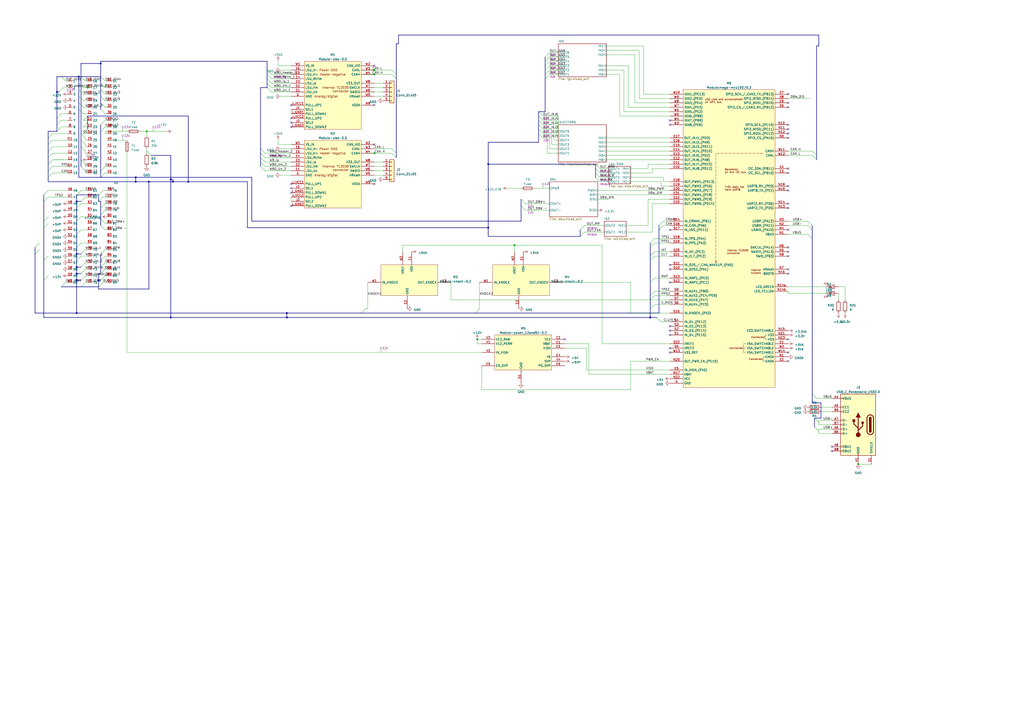
<source format=kicad_sch>
(kicad_sch (version 20230121) (generator eeschema)
  (paper "A2")
  (title_block (title "Main"))
  (junction (at 33.02 53.34))
  (junction (at 276.86 196.85))
  (junction (at 100.33 105.41))
  (junction (at 166.37 181.61))
  (junction (at 44.45 162.56))
  (junction (at 217.17 40.64))
  (junction (at 377.19 184.15))
  (junction (at 58.42 36.83))
  (junction (at 45.72 44.45))
  (junction (at 166.37 184.15))
  (junction (at 217.17 88.9))
  (junction (at 86.36 105.41))
  (junction (at 44.45 181.61))
  (junction (at 283.21 132.08))
  (junction (at 109.22 105.41))
  (junction (at 497.84 269.24))
  (junction (at 283.21 95.25))
  (junction (at 99.06 104.14))
  (junction (at 44.45 147.32))
  (junction (at 78.74 102.87))
  (junction (at 78.74 105.41))
  (junction (at 298.45 142.24))
  (junction (at 217.17 43.18))
  (junction (at 85.09 76.2))
  (junction (at 44.45 154.94))
  (junction (at 50.8 50.8))
  (junction (at 99.06 184.15))
  (junction (at 44.45 158.75))
  (junction (at 57.15 162.56))
  (junction (at 44.45 116.84))
  (no_connect (at 168.91 106.68))
  (no_connect (at 168.91 111.76))
  (no_connect (at 388.62 194.31))
  (no_connect (at 457.2 156.21))
  (no_connect (at 457.2 209.55))
  (no_connect (at 168.91 73.66))
  (no_connect (at 457.2 110.49))
  (no_connect (at 457.2 133.35))
  (no_connect (at 457.2 62.23))
  (no_connect (at 217.17 60.96))
  (no_connect (at 457.2 97.79))
  (no_connect (at 388.62 72.39))
  (no_connect (at 457.2 120.65))
  (no_connect (at 388.62 69.85))
  (no_connect (at 388.62 201.93))
  (no_connect (at 168.91 60.96))
  (no_connect (at 388.62 156.21))
  (no_connect (at 217.17 38.1))
  (no_connect (at 217.17 83.82))
  (no_connect (at 168.91 119.38))
  (no_connect (at 457.2 148.59))
  (no_connect (at 327.66 196.85))
  (no_connect (at 388.62 163.83))
  (no_connect (at 457.2 74.93))
  (no_connect (at 388.62 153.67))
  (no_connect (at 457.2 107.95))
  (no_connect (at 457.2 146.05))
  (no_connect (at 457.2 143.51))
  (no_connect (at 457.2 72.39))
  (no_connect (at 457.2 100.33))
  (no_connect (at 457.2 80.01))
  (no_connect (at 168.91 109.22))
  (no_connect (at 457.2 118.11))
  (no_connect (at 388.62 191.77))
  (no_connect (at 457.2 54.61))
  (no_connect (at 482.6 261.62))
  (no_connect (at 457.2 196.85))
  (no_connect (at 457.2 59.69))
  (no_connect (at 457.2 158.75))
  (no_connect (at 168.91 68.58))
  (no_connect (at 217.17 106.68))
  (no_connect (at 388.62 133.35))
  (no_connect (at 168.91 71.12))
  (no_connect (at 388.62 189.23))
  (no_connect (at 457.2 77.47))
  (no_connect (at 457.2 204.47))
  (no_connect (at 482.6 259.08))
  (no_connect (at 388.62 204.47))
  (bus_entry (at 58.42 52.07) (size 2.54 2.54))
  (bus_entry (at 27.94 148.59) (size -2.54 2.54))
  (bus_entry (at 474.98 245.11) (size -2.54 -2.54))
  (bus_entry (at 44.45 151.13) (size 2.54 -2.54))
  (bus_entry (at 474.98 250.19) (size -2.54 -2.54))
  (bus_entry (at 151.13 96.52) (size 2.54 2.54))
  (bus_entry (at 48.26 69.85) (size 2.54 -2.54))
  (bus_entry (at 227.33 43.18) (size 2.54 2.54))
  (bus_entry (at 312.42 69.85) (size 2.54 2.54))
  (bus_entry (at 345.44 95.25) (size 2.54 2.54))
  (bus_entry (at 44.45 128.27) (size 2.54 -2.54))
  (bus_entry (at 227.33 88.9) (size 2.54 2.54))
  (bus_entry (at 58.42 120.65) (size 2.54 -2.54))
  (bus_entry (at 59.69 110.49) (size -2.54 2.54))
  (bus_entry (at 377.19 143.51) (size 2.54 -2.54))
  (bus_entry (at 46.99 162.56) (size 2.54 -2.54))
  (bus_entry (at 20.32 143.51) (size 2.54 -2.54))
  (bus_entry (at 48.26 50.8) (size -2.54 -2.54))
  (bus_entry (at 58.42 147.32) (size 2.54 -2.54))
  (bus_entry (at 316.23 40.64) (size 2.54 -2.54))
  (bus_entry (at 154.94 50.8) (size 2.54 2.54))
  (bus_entry (at 35.56 44.45) (size 2.54 2.54))
  (bus_entry (at 58.42 158.75) (size 2.54 -2.54))
  (bus_entry (at 345.44 102.87) (size 2.54 2.54))
  (bus_entry (at 58.42 63.5) (size 2.54 2.54))
  (bus_entry (at 33.02 76.2) (size 2.54 -2.54))
  (bus_entry (at 46.99 154.94) (size 2.54 -2.54))
  (bus_entry (at 33.02 72.39) (size 2.54 -2.54))
  (bus_entry (at 58.42 76.2) (size 2.54 -2.54))
  (bus_entry (at 58.42 44.45) (size 2.54 2.54))
  (bus_entry (at 154.94 43.18) (size 2.54 2.54))
  (bus_entry (at 312.42 64.77) (size 2.54 2.54))
  (bus_entry (at 46.99 96.52) (size 2.54 2.54))
  (bus_entry (at 209.55 181.61) (size 2.54 -2.54))
  (bus_entry (at 27.94 160.02) (size -2.54 2.54))
  (bus_entry (at 312.42 77.47) (size 2.54 2.54))
  (bus_entry (at 336.55 133.35) (size 2.54 -2.54))
  (bus_entry (at 384.81 130.81) (size -2.54 2.54))
  (bus_entry (at 227.33 40.64) (size 2.54 2.54))
  (bus_entry (at 58.42 72.39) (size 2.54 -2.54))
  (bus_entry (at 27.94 87.63) (size 2.54 -2.54))
  (bus_entry (at 27.94 125.73) (size -2.54 2.54))
  (bus_entry (at 45.72 63.5) (size 2.54 2.54))
  (bus_entry (at 45.72 55.88) (size 2.54 2.54))
  (bus_entry (at 227.33 86.36) (size 2.54 2.54))
  (bus_entry (at 27.94 80.01) (size 2.54 -2.54))
  (bus_entry (at 27.94 129.54) (size -2.54 2.54))
  (bus_entry (at 154.94 40.64) (size 2.54 2.54))
  (bus_entry (at 473.71 231.14) (size -2.54 -2.54))
  (bus_entry (at 46.99 81.28) (size 2.54 2.54))
  (bus_entry (at 377.19 171.45) (size 2.54 -2.54))
  (bus_entry (at 46.99 92.71) (size 2.54 2.54))
  (bus_entry (at 468.63 130.81) (size 2.54 2.54))
  (bus_entry (at 44.45 135.89) (size 2.54 -2.54))
  (bus_entry (at 59.69 114.3) (size -2.54 2.54))
  (bus_entry (at 316.23 38.1) (size 2.54 -2.54))
  (bus_entry (at 27.94 102.87) (size 2.54 -2.54))
  (bus_entry (at 48.26 77.47) (size 2.54 -2.54))
  (bus_entry (at 27.94 110.49) (size -2.54 2.54))
  (bus_entry (at 46.99 158.75) (size 2.54 -2.54))
  (bus_entry (at 44.45 120.65) (size 2.54 -2.54))
  (bus_entry (at 151.13 86.36) (size 2.54 2.54))
  (bus_entry (at 20.32 147.32) (size 2.54 -2.54))
  (bus_entry (at 46.99 44.45) (size 2.54 2.54))
  (bus_entry (at 302.26 119.38) (size 2.54 2.54))
  (bus_entry (at 46.99 116.84) (size 2.54 -2.54))
  (bus_entry (at 58.42 124.46) (size 2.54 -2.54))
  (bus_entry (at 471.17 87.63) (size 2.54 2.54))
  (bus_entry (at 312.42 74.93) (size 2.54 2.54))
  (bus_entry (at 48.26 73.66) (size 2.54 -2.54))
  (bus_entry (at 377.19 140.97) (size 2.54 -2.54))
  (bus_entry (at 58.42 59.69) (size 2.54 2.54))
  (bus_entry (at 58.42 48.26) (size 2.54 2.54))
  (bus_entry (at 27.94 95.25) (size 2.54 -2.54))
  (bus_entry (at 45.72 52.07) (size 2.54 2.54))
  (bus_entry (at 316.23 45.72) (size 2.54 -2.54))
  (bus_entry (at 377.19 148.59) (size 2.54 -2.54))
  (bus_entry (at 27.94 83.82) (size 2.54 -2.54))
  (bus_entry (at 58.42 151.13) (size 2.54 -2.54))
  (bus_entry (at 302.26 115.57) (size 2.54 2.54))
  (bus_entry (at 312.42 72.39) (size 2.54 2.54))
  (bus_entry (at 316.23 43.18) (size 2.54 -2.54))
  (bus_entry (at 345.44 97.79) (size 2.54 2.54))
  (bus_entry (at 471.17 90.17) (size 2.54 2.54))
  (bus_entry (at 27.94 99.06) (size 2.54 -2.54))
  (bus_entry (at 44.45 143.51) (size 2.54 -2.54))
  (bus_entry (at 151.13 88.9) (size 2.54 2.54))
  (bus_entry (at 58.42 154.94) (size 2.54 -2.54))
  (bus_entry (at 46.99 166.37) (size 2.54 -2.54))
  (bus_entry (at 377.19 173.99) (size 2.54 -2.54))
  (bus_entry (at 151.13 91.44) (size 2.54 2.54))
  (bus_entry (at 377.19 163.83) (size 2.54 -2.54))
  (bus_entry (at 316.23 35.56) (size 2.54 -2.54))
  (bus_entry (at 154.94 48.26) (size 2.54 2.54))
  (bus_entry (at 58.42 102.87) (size 2.54 -2.54))
  (bus_entry (at 46.99 77.47) (size 2.54 2.54))
  (bus_entry (at 58.42 127) (size 2.54 2.54))
  (bus_entry (at 27.94 91.44) (size 2.54 -2.54))
  (bus_entry (at 33.02 68.58) (size 2.54 -2.54))
  (bus_entry (at 316.23 33.02) (size 2.54 -2.54))
  (bus_entry (at 154.94 45.72) (size 2.54 2.54))
  (bus_entry (at 151.13 93.98) (size 2.54 2.54))
  (bus_entry (at 312.42 67.31) (size 2.54 2.54))
  (bus_entry (at 58.42 55.88) (size 2.54 2.54))
  (bus_entry (at 58.42 99.06) (size 2.54 -2.54))
  (bus_entry (at 468.63 128.27) (size 2.54 2.54))
  (bus_entry (at 46.99 147.32) (size 2.54 -2.54))
  (bus_entry (at 57.15 166.37) (size 2.54 -2.54))
  (bus_entry (at 345.44 100.33) (size 2.54 2.54))
  (bus_entry (at 27.94 114.3) (size -2.54 2.54))
  (bus_entry (at 377.19 179.07) (size 2.54 -2.54))
  (bus_entry (at 275.59 181.61) (size 2.54 -2.54))
  (bus_entry (at 44.45 113.03) (size 2.54 -2.54))
  (bus_entry (at 58.42 162.56) (size 2.54 -2.54))
  (bus_entry (at 34.29 53.34) (size 2.54 -2.54))
  (bus_entry (at 468.63 135.89) (size 2.54 2.54))
  (bus_entry (at 46.99 85.09) (size 2.54 2.54))
  (bus_entry (at 381 184.15) (size 2.54 2.54))
  (bus_entry (at 384.81 128.27) (size -2.54 2.54))
  (bus_entry (at 45.72 59.69) (size 2.54 2.54))
  (bus_entry (at 85.09 87.63) (size 2.54 2.54))
  (bus_entry (at 377.19 151.13) (size 2.54 -2.54))
  (bus_entry (at 336.55 137.16) (size 2.54 -2.54))
  (bus_entry (at 58.42 130.81) (size 2.54 2.54))
  (bus_entry (at 35.56 166.37) (size 2.54 -2.54))
  (bus (pts (xy 27.94 102.87) (xy 27.94 105.41)))
  (wire (pts (xy 351.79 40.64) (xy 361.95 40.64)))
  (wire (pts (xy 60.96 54.61) (xy 62.23 54.61)))
  (bus (pts (xy 27.94 76.2) (xy 27.94 80.01)))
  (wire (pts (xy 60.96 129.54) (xy 62.23 129.54)))
  (bus (pts (xy 46.99 85.09) (xy 46.99 92.71)))
  (wire (pts (xy 318.77 35.56) (xy 323.85 35.56)))
  (wire (pts (xy 341.63 217.17) (xy 388.62 217.17)))
  (wire (pts (xy 48.26 66.04) (xy 50.8 66.04)))
  (wire (pts (xy 161.29 83.82) (xy 168.91 83.82)))
  (wire (pts (xy 157.48 53.34) (xy 168.91 53.34)))
  (wire (pts (xy 351.79 26.67) (xy 373.38 26.67)))
  (wire (pts (xy 365.76 100.33) (xy 378.46 100.33)))
  (wire (pts (xy 157.48 43.18) (xy 168.91 43.18)))
  (wire (pts (xy 347.98 102.87) (xy 353.06 102.87)))
  (bus (pts (xy 35.56 166.37) (xy 46.99 166.37)))
  (bus (pts (xy 27.94 105.41) (xy 78.74 105.41)))
  (bus (pts (xy 44.45 147.32) (xy 46.99 147.32)))
  (bus (pts (xy 283.21 95.25) (xy 283.21 82.55)))
  (wire (pts (xy 35.56 73.66) (xy 39.37 73.66)))
  (bus (pts (xy 377.19 184.15) (xy 381 184.15)))
  (bus (pts (xy 25.4 132.08) (xy 25.4 151.13)))
  (wire (pts (xy 457.2 170.18) (xy 457.2 168.91)))
  (bus (pts (xy 109.22 105.41) (xy 143.51 105.41)))
  (wire (pts (xy 318.77 38.1) (xy 323.85 38.1)))
  (wire (pts (xy 60.96 118.11) (xy 62.23 118.11)))
  (bus (pts (xy 209.55 181.61) (xy 275.59 181.61)))
  (bus (pts (xy 473.71 26.67) (xy 473.71 90.17)))
  (wire (pts (xy 217.17 43.18) (xy 210.82 43.18)))
  (bus (pts (xy 27.94 80.01) (xy 27.94 83.82)))
  (bus (pts (xy 46.99 44.45) (xy 46.99 36.83)))
  (bus (pts (xy 345.44 102.87) (xy 345.44 100.33)))
  (bus (pts (xy 46.99 44.45) (xy 58.42 44.45)))
  (bus (pts (xy 377.19 143.51) (xy 377.19 148.59)))
  (bus (pts (xy 25.4 116.84) (xy 25.4 128.27)))
  (wire (pts (xy 168.91 55.88) (xy 162.56 55.88)))
  (wire (pts (xy 81.28 76.2) (xy 85.09 76.2)))
  (wire (pts (xy 490.22 166.37) (xy 490.22 173.99)))
  (wire (pts (xy 153.67 93.98) (xy 168.91 93.98)))
  (wire (pts (xy 59.69 114.3) (xy 62.23 114.3)))
  (bus (pts (xy 78.74 102.87) (xy 146.05 102.87)))
  (bus (pts (xy 151.13 96.52) (xy 151.13 93.98)))
  (bus (pts (xy 27.94 95.25) (xy 27.94 99.06)))
  (bus (pts (xy 471.17 228.6) (xy 471.17 233.68)))
  (wire (pts (xy 317.5 88.9) (xy 317.5 80.01)))
  (wire (pts (xy 161.29 38.1) (xy 168.91 38.1)))
  (wire (pts (xy 388.62 199.39) (xy 349.25 199.39)))
  (bus (pts (xy 45.72 55.88) (xy 45.72 59.69)))
  (wire (pts (xy 365.76 102.87) (xy 384.81 102.87)))
  (bus (pts (xy 44.45 113.03) (xy 44.45 116.84)))
  (bus (pts (xy 33.02 68.58) (xy 33.02 72.39)))
  (bus (pts (xy 58.42 55.88) (xy 58.42 59.69)))
  (wire (pts (xy 217.17 96.52) (xy 222.25 96.52)))
  (bus (pts (xy 58.42 36.83) (xy 46.99 36.83)))
  (wire (pts (xy 373.38 54.61) (xy 388.62 54.61)))
  (bus (pts (xy 474.98 26.67) (xy 474.98 20.32)))
  (bus (pts (xy 20.32 147.32) (xy 20.32 181.61)))
  (bus (pts (xy 57.15 113.03) (xy 57.15 116.84)))
  (wire (pts (xy 388.62 173.99) (xy 377.19 173.99)))
  (bus (pts (xy 283.21 137.16) (xy 283.21 132.08)))
  (wire (pts (xy 217.17 93.98) (xy 222.25 93.98)))
  (wire (pts (xy 321.31 72.39) (xy 314.96 72.39)))
  (wire (pts (xy 48.26 62.23) (xy 50.8 62.23)))
  (wire (pts (xy 457.2 135.89) (xy 468.63 135.89)))
  (wire (pts (xy 474.98 250.19) (xy 474.98 248.92)))
  (bus (pts (xy 151.13 88.9) (xy 151.13 86.36)))
  (bus (pts (xy 312.42 69.85) (xy 312.42 72.39)))
  (bus (pts (xy 33.02 44.45) (xy 33.02 53.34)))
  (bus (pts (xy 33.02 72.39) (xy 33.02 76.2)))
  (wire (pts (xy 379.73 171.45) (xy 388.62 171.45)))
  (wire (pts (xy 30.48 100.33) (xy 39.37 100.33)))
  (bus (pts (xy 44.45 128.27) (xy 44.45 135.89)))
  (wire (pts (xy 361.95 40.64) (xy 361.95 64.77)))
  (bus (pts (xy 45.72 59.69) (xy 45.72 63.5)))
  (wire (pts (xy 60.96 152.4) (xy 62.23 152.4)))
  (wire (pts (xy 322.58 78.74) (xy 323.85 78.74)))
  (bus (pts (xy 33.02 53.34) (xy 33.02 68.58)))
  (bus (pts (xy 58.42 120.65) (xy 58.42 116.84)))
  (bus (pts (xy 25.4 128.27) (xy 25.4 132.08)))
  (wire (pts (xy 323.85 76.2) (xy 323.85 67.31)))
  (bus (pts (xy 44.45 116.84) (xy 44.45 120.65)))
  (wire (pts (xy 351.79 29.21) (xy 370.84 29.21)))
  (wire (pts (xy 161.29 35.56) (xy 161.29 38.1)))
  (wire (pts (xy 375.92 115.57) (xy 388.62 115.57)))
  (bus (pts (xy 476.25 233.68) (xy 471.17 233.68)))
  (bus (pts (xy 25.4 151.13) (xy 25.4 162.56)))
  (bus (pts (xy 100.33 105.41) (xy 109.22 105.41)))
  (bus (pts (xy 44.45 154.94) (xy 44.45 158.75)))
  (wire (pts (xy 85.09 87.63) (xy 85.09 88.9)))
  (bus (pts (xy 154.94 43.18) (xy 154.94 45.72)))
  (wire (pts (xy 294.64 109.22) (xy 302.26 109.22)))
  (wire (pts (xy 217.17 53.34) (xy 222.25 53.34)))
  (bus (pts (xy 44.45 158.75) (xy 44.45 162.56)))
  (wire (pts (xy 49.53 160.02) (xy 50.8 160.02)))
  (wire (pts (xy 474.98 245.11) (xy 474.98 246.38)))
  (wire (pts (xy 153.67 96.52) (xy 168.91 96.52)))
  (wire (pts (xy 46.99 140.97) (xy 50.8 140.97)))
  (wire (pts (xy 30.48 88.9) (xy 39.37 88.9)))
  (bus (pts (xy 283.21 82.55) (xy 312.42 82.55)))
  (wire (pts (xy 363.22 130.81) (xy 375.92 130.81)))
  (wire (pts (xy 261.62 173.99) (xy 261.62 163.83)))
  (wire (pts (xy 318.77 30.48) (xy 323.85 30.48)))
  (wire (pts (xy 168.91 86.36) (xy 162.56 86.36)))
  (wire (pts (xy 60.96 77.47) (xy 60.96 76.2)))
  (wire (pts (xy 49.53 96.52) (xy 50.8 96.52)))
  (bus (pts (xy 50.8 71.12) (xy 50.8 67.31)))
  (bus (pts (xy 44.45 181.61) (xy 166.37 181.61)))
  (wire (pts (xy 49.53 85.09) (xy 50.8 85.09)))
  (wire (pts (xy 157.48 50.8) (xy 168.91 50.8)))
  (wire (pts (xy 49.53 80.01) (xy 49.53 81.28)))
  (wire (pts (xy 351.79 92.71) (xy 388.62 92.71)))
  (bus (pts (xy 312.42 77.47) (xy 312.42 82.55)))
  (wire (pts (xy 379.73 168.91) (xy 388.62 168.91)))
  (bus (pts (xy 316.23 38.1) (xy 316.23 40.64)))
  (wire (pts (xy 375.92 97.79) (xy 375.92 95.25)))
  (wire (pts (xy 318.77 33.02) (xy 323.85 33.02)))
  (wire (pts (xy 60.96 96.52) (xy 62.23 96.52)))
  (wire (pts (xy 279.4 212.09) (xy 279.4 226.06)))
  (bus (pts (xy 474.98 20.32) (xy 231.14 20.32)))
  (wire (pts (xy 383.54 105.41) (xy 383.54 107.95)))
  (bus (pts (xy 302.26 115.57) (xy 302.26 119.38)))
  (wire (pts (xy 457.2 130.81) (xy 468.63 130.81)))
  (bus (pts (xy 377.19 173.99) (xy 377.19 179.07)))
  (bus (pts (xy 58.42 154.94) (xy 58.42 158.75)))
  (wire (pts (xy 318.77 77.47) (xy 314.96 77.47)))
  (wire (pts (xy 379.73 146.05) (xy 388.62 146.05)))
  (wire (pts (xy 49.53 83.82) (xy 49.53 85.09)))
  (wire (pts (xy 383.54 107.95) (xy 388.62 107.95)))
  (bus (pts (xy 151.13 50.8) (xy 154.94 50.8)))
  (wire (pts (xy 279.4 226.06) (xy 365.76 226.06)))
  (wire (pts (xy 351.79 87.63) (xy 388.62 87.63)))
  (bus (pts (xy 44.45 116.84) (xy 46.99 116.84)))
  (bus (pts (xy 302.26 119.38) (xy 302.26 128.27)))
  (bus (pts (xy 99.06 90.17) (xy 99.06 104.14)))
  (wire (pts (xy 49.53 114.3) (xy 50.8 114.3)))
  (wire (pts (xy 217.17 88.9) (xy 227.33 88.9)))
  (bus (pts (xy 58.42 48.26) (xy 58.42 44.45)))
  (wire (pts (xy 49.53 163.83) (xy 50.8 163.83)))
  (wire (pts (xy 378.46 97.79) (xy 388.62 97.79)))
  (wire (pts (xy 379.73 148.59) (xy 388.62 148.59)))
  (wire (pts (xy 35.56 66.04) (xy 39.37 66.04)))
  (wire (pts (xy 60.96 73.66) (xy 62.23 73.66)))
  (wire (pts (xy 50.8 50.8) (xy 52.07 50.8)))
  (wire (pts (xy 49.53 95.25) (xy 49.53 96.52)))
  (wire (pts (xy 457.2 90.17) (xy 471.17 90.17)))
  (wire (pts (xy 351.79 90.17) (xy 388.62 90.17)))
  (wire (pts (xy 59.69 163.83) (xy 62.23 163.83)))
  (bus (pts (xy 58.42 99.06) (xy 58.42 102.87)))
  (bus (pts (xy 345.44 100.33) (xy 345.44 97.79)))
  (bus (pts (xy 46.99 96.52) (xy 46.99 92.71)))
  (wire (pts (xy 48.26 69.85) (xy 50.8 69.85)))
  (wire (pts (xy 62.23 81.28) (xy 73.66 81.28)))
  (wire (pts (xy 497.84 269.24) (xy 505.46 269.24)))
  (bus (pts (xy 57.15 162.56) (xy 58.42 162.56)))
  (bus (pts (xy 143.51 132.08) (xy 283.21 132.08)))
  (wire (pts (xy 233.68 142.24) (xy 233.68 146.05)))
  (bus (pts (xy 377.19 179.07) (xy 377.19 184.15)))
  (bus (pts (xy 86.36 105.41) (xy 100.33 105.41)))
  (wire (pts (xy 31.75 92.71) (xy 31.75 92.6751)))
  (wire (pts (xy 482.6 251.46) (xy 474.98 251.46)))
  (wire (pts (xy 168.91 114.3) (xy 168.91 116.84)))
  (wire (pts (xy 49.53 46.99) (xy 50.8 46.99)))
  (wire (pts (xy 60.96 76.2) (xy 73.66 76.2)))
  (wire (pts (xy 153.67 99.06) (xy 168.91 99.06)))
  (wire (pts (xy 38.1 163.83) (xy 39.37 163.83)))
  (wire (pts (xy 347.98 97.79) (xy 353.06 97.79)))
  (bus (pts (xy 50.8 67.31) (xy 109.22 67.31)))
  (bus (pts (xy 33.02 53.34) (xy 34.29 53.34)))
  (wire (pts (xy 365.76 97.79) (xy 375.92 97.79)))
  (bus (pts (xy 44.45 120.65) (xy 44.45 128.27)))
  (bus (pts (xy 473.71 90.17) (xy 473.71 92.71)))
  (bus (pts (xy 27.94 83.82) (xy 27.94 87.63)))
  (bus (pts (xy 58.42 127) (xy 58.42 124.46)))
  (bus (pts (xy 25.4 162.56) (xy 25.4 184.15)))
  (bus (pts (xy 312.42 64.77) (xy 312.42 67.31)))
  (wire (pts (xy 31.7771 92.6751) (xy 36.83 92.71)))
  (wire (pts (xy 476.25 238.76) (xy 482.6 238.76)))
  (wire (pts (xy 347.98 105.41) (xy 353.06 105.41)))
  (wire (pts (xy 36.83 50.8) (xy 39.37 50.8)))
  (wire (pts (xy 60.96 144.78) (xy 62.23 144.78)))
  (bus (pts (xy 46.99 85.09) (xy 46.99 81.28)))
  (wire (pts (xy 59.69 110.49) (xy 62.23 110.49)))
  (wire (pts (xy 46.99 148.59) (xy 50.8 148.59)))
  (wire (pts (xy 383.54 186.69) (xy 388.62 186.69)))
  (bus (pts (xy 471.17 133.35) (xy 471.17 138.43)))
  (wire (pts (xy 474.98 243.84) (xy 474.98 245.11)))
  (wire (pts (xy 304.8 121.92) (xy 318.77 121.92)))
  (wire (pts (xy 327.66 201.93) (xy 340.36 201.93)))
  (bus (pts (xy 336.55 137.16) (xy 283.21 137.16)))
  (bus (pts (xy 377.19 171.45) (xy 377.19 173.99)))
  (wire (pts (xy 217.17 101.6) (xy 222.25 101.6)))
  (bus (pts (xy 27.94 99.06) (xy 27.94 102.87)))
  (bus (pts (xy 109.22 67.31) (xy 109.22 105.41)))
  (bus (pts (xy 151.13 91.44) (xy 151.13 88.9)))
  (bus (pts (xy 377.19 151.13) (xy 377.19 163.83)))
  (wire (pts (xy 46.99 118.11) (xy 50.8 118.11)))
  (wire (pts (xy 85.09 76.2) (xy 96.52 76.2)))
  (bus (pts (xy 229.87 45.72) (xy 229.87 88.9)))
  (bus (pts (xy 57.15 167.64) (xy 86.36 167.64)))
  (wire (pts (xy 370.84 29.21) (xy 370.84 57.15)))
  (bus (pts (xy 316.23 35.56) (xy 316.23 38.1)))
  (wire (pts (xy 217.17 43.18) (xy 227.33 43.18)))
  (wire (pts (xy 359.41 67.31) (xy 388.62 67.31)))
  (bus (pts (xy 87.63 90.17) (xy 99.06 90.17)))
  (wire (pts (xy 341.63 199.39) (xy 341.63 217.17)))
  (bus (pts (xy 312.42 67.31) (xy 312.42 69.85)))
  (wire (pts (xy 217.17 99.06) (xy 222.25 99.06)))
  (bus (pts (xy 44.45 113.03) (xy 57.15 113.03)))
  (bus (pts (xy 316.23 43.18) (xy 316.23 45.72)))
  (wire (pts (xy 153.67 88.9) (xy 168.91 88.9)))
  (wire (pts (xy 48.26 58.42) (xy 50.8 58.42)))
  (wire (pts (xy 346.71 110.49) (xy 388.62 110.49)))
  (wire (pts (xy 73.66 204.47) (xy 279.4 204.47)))
  (wire (pts (xy 340.36 214.63) (xy 388.62 214.63)))
  (wire (pts (xy 361.95 64.77) (xy 388.62 64.77)))
  (wire (pts (xy 351.79 38.1) (xy 364.49 38.1)))
  (bus (pts (xy 99.06 184.15) (xy 166.37 184.15)))
  (wire (pts (xy 27.94 110.49) (xy 39.37 110.49)))
  (wire (pts (xy 388.62 118.11) (xy 378.46 118.11)))
  (wire (pts (xy 317.5 88.9) (xy 323.85 88.9)))
  (wire (pts (xy 49.53 99.06) (xy 49.53 100.33)))
  (wire (pts (xy 60.96 121.92) (xy 62.23 121.92)))
  (wire (pts (xy 379.73 161.29) (xy 388.62 161.29)))
  (wire (pts (xy 375.92 95.25) (xy 388.62 95.25)))
  (wire (pts (xy 157.48 48.26) (xy 168.91 48.26)))
  (wire (pts (xy 279.4 199.39) (xy 276.86 199.39)))
  (wire (pts (xy 365.76 105.41) (xy 383.54 105.41)))
  (wire (pts (xy 349.25 142.24) (xy 298.45 142.24)))
  (wire (pts (xy 46.99 133.35) (xy 50.8 133.35)))
  (wire (pts (xy 213.36 179.07) (xy 212.09 179.07)))
  (wire (pts (xy 365.76 226.06) (xy 365.76 209.55)))
  (wire (pts (xy 378.46 100.33) (xy 378.46 97.79)))
  (wire (pts (xy 320.04 83.82) (xy 323.85 83.82)))
  (bus (pts (xy 154.94 45.72) (xy 154.94 48.26)))
  (wire (pts (xy 38.1 46.99) (xy 39.37 46.99)))
  (bus (pts (xy 471.17 130.81) (xy 471.17 133.35)))
  (wire (pts (xy 379.73 140.97) (xy 388.62 140.97)))
  (wire (pts (xy 35.56 69.85) (xy 39.37 69.85)))
  (wire (pts (xy 30.48 81.28) (xy 39.37 81.28)))
  (bus (pts (xy 345.44 97.79) (xy 345.44 95.25)))
  (wire (pts (xy 384.81 130.81) (xy 388.62 130.81)))
  (wire (pts (xy 457.2 166.37) (xy 478.79 166.37)))
  (bus (pts (xy 27.94 91.44) (xy 27.94 95.25)))
  (bus (pts (xy 45.72 48.26) (xy 45.72 44.45)))
  (bus (pts (xy 231.14 20.32) (xy 231.14 25.4)))
  (bus (pts (xy 474.98 26.67) (xy 473.71 26.67)))
  (bus (pts (xy 154.94 35.56) (xy 58.42 35.56)))
  (wire (pts (xy 365.76 181.61) (xy 388.62 181.61)))
  (wire (pts (xy 347.98 100.33) (xy 353.06 100.33)))
  (wire (pts (xy 474.98 251.46) (xy 474.98 250.19)))
  (bus (pts (xy 57.15 166.37) (xy 57.15 167.64)))
  (wire (pts (xy 457.2 87.63) (xy 471.17 87.63)))
  (bus (pts (xy 377.19 140.97) (xy 377.19 143.51)))
  (wire (pts (xy 482.6 243.84) (xy 474.98 243.84)))
  (wire (pts (xy 60.96 133.35) (xy 62.23 133.35)))
  (bus (pts (xy 151.13 93.98) (xy 151.13 91.44)))
  (bus (pts (xy 472.44 242.57) (xy 476.25 242.57)))
  (bus (pts (xy 46.99 166.37) (xy 57.15 166.37)))
  (wire (pts (xy 457.2 128.27) (xy 468.63 128.27)))
  (wire (pts (xy 49.53 156.21) (xy 50.8 156.21)))
  (wire (pts (xy 298.45 142.24) (xy 233.68 142.24)))
  (wire (pts (xy 49.53 100.33) (xy 50.8 100.33)))
  (wire (pts (xy 486.41 166.37) (xy 490.22 166.37)))
  (bus (pts (xy 58.42 63.5) (xy 58.42 59.69)))
  (wire (pts (xy 217.17 50.8) (xy 222.25 50.8)))
  (wire (pts (xy 320.04 74.93) (xy 314.96 74.93)))
  (wire (pts (xy 359.41 43.18) (xy 359.41 67.31)))
  (wire (pts (xy 318.77 43.18) (xy 323.85 43.18)))
  (wire (pts (xy 153.67 91.44) (xy 168.91 91.44)))
  (wire (pts (xy 384.81 102.87) (xy 384.81 105.41)))
  (bus (pts (xy 50.8 74.93) (xy 50.8 71.12)))
  (wire (pts (xy 60.96 160.02) (xy 62.23 160.02)))
  (bus (pts (xy 58.42 44.45) (xy 58.42 36.83)))
  (bus (pts (xy 58.42 52.07) (xy 58.42 48.26)))
  (wire (pts (xy 351.79 43.18) (xy 359.41 43.18)))
  (wire (pts (xy 365.76 209.55) (xy 388.62 209.55)))
  (wire (pts (xy 351.79 85.09) (xy 388.62 85.09)))
  (bus (pts (xy 471.17 138.43) (xy 471.17 228.6)))
  (wire (pts (xy 217.17 86.36) (xy 227.33 86.36)))
  (bus (pts (xy 316.23 64.77) (xy 312.42 64.77)))
  (wire (pts (xy 30.48 92.71) (xy 31.7771 92.6751)))
  (wire (pts (xy 46.99 110.49) (xy 50.8 110.49)))
  (wire (pts (xy 326.39 163.83) (xy 365.76 163.83)))
  (wire (pts (xy 85.09 86.36) (xy 85.09 87.63)))
  (wire (pts (xy 60.96 46.99) (xy 62.23 46.99)))
  (bus (pts (xy 58.42 52.07) (xy 58.42 55.88)))
  (bus (pts (xy 58.42 72.39) (xy 58.42 76.2)))
  (bus (pts (xy 45.72 52.07) (xy 45.72 48.26)))
  (bus (pts (xy 377.19 163.83) (xy 377.19 171.45)))
  (bus (pts (xy 46.99 77.47) (xy 46.99 44.45)))
  (bus (pts (xy 44.45 143.51) (xy 44.45 147.32)))
  (bus (pts (xy 58.42 147.32) (xy 58.42 151.13)))
  (bus (pts (xy 312.42 72.39) (xy 312.42 74.93)))
  (bus (pts (xy 283.21 95.25) (xy 345.44 95.25)))
  (wire (pts (xy 60.96 156.21) (xy 62.23 156.21)))
  (bus (pts (xy 44.45 151.13) (xy 44.45 154.94)))
  (bus (pts (xy 316.23 40.64) (xy 316.23 43.18)))
  (bus (pts (xy 229.87 43.18) (xy 229.87 45.72)))
  (wire (pts (xy 30.48 85.09) (xy 39.37 85.09)))
  (bus (pts (xy 316.23 33.02) (xy 316.23 35.56)))
  (wire (pts (xy 321.31 81.28) (xy 323.85 81.28)))
  (wire (pts (xy 370.84 57.15) (xy 388.62 57.15)))
  (wire (pts (xy 378.46 118.11) (xy 378.46 134.62)))
  (wire (pts (xy 27.94 114.3) (xy 39.37 114.3)))
  (wire (pts (xy 48.26 50.8) (xy 50.8 50.8)))
  (wire (pts (xy 346.71 113.03) (xy 388.62 113.03)))
  (bus (pts (xy 46.99 162.56) (xy 44.45 162.56)))
  (wire (pts (xy 49.53 81.28) (xy 50.8 81.28)))
  (wire (pts (xy 168.91 40.64) (xy 162.56 40.64)))
  (wire (pts (xy 457.2 57.15) (xy 469.9 57.15)))
  (bus (pts (xy 57.15 158.75) (xy 57.15 162.56)))
  (wire (pts (xy 321.31 81.28) (xy 321.31 72.39)))
  (bus (pts (xy 275.59 181.61) (xy 382.27 181.61)))
  (bus (pts (xy 58.42 124.46) (xy 58.42 120.65)))
  (wire (pts (xy 48.26 54.61) (xy 50.8 54.61)))
  (wire (pts (xy 60.96 77.47) (xy 62.23 77.47)))
  (bus (pts (xy 382.27 130.81) (xy 382.27 133.35)))
  (wire (pts (xy 60.96 100.33) (xy 62.23 100.33)))
  (wire (pts (xy 486.41 170.18) (xy 486.41 173.99)))
  (wire (pts (xy 473.71 231.14) (xy 482.6 231.14)))
  (wire (pts (xy 85.09 76.2) (xy 85.09 78.74)))
  (wire (pts (xy 322.58 69.85) (xy 314.96 69.85)))
  (wire (pts (xy 217.17 48.26) (xy 222.25 48.26)))
  (bus (pts (xy 316.23 45.72) (xy 316.23 64.77)))
  (bus (pts (xy 35.56 44.45) (xy 33.02 44.45)))
  (bus (pts (xy 78.74 105.41) (xy 86.36 105.41)))
  (bus (pts (xy 25.4 184.15) (xy 99.06 184.15)))
  (wire (pts (xy 60.96 148.59) (xy 62.23 148.59)))
  (wire (pts (xy 474.98 248.92) (xy 482.6 248.92)))
  (wire (pts (xy 351.79 31.75) (xy 368.3 31.75)))
  (wire (pts (xy 368.3 31.75) (xy 368.3 59.69)))
  (bus (pts (xy 44.45 147.32) (xy 44.45 151.13)))
  (bus (pts (xy 45.72 55.88) (xy 45.72 52.07)))
  (bus (pts (xy 46.99 154.94) (xy 44.45 154.94)))
  (wire (pts (xy 161.29 81.28) (xy 161.29 83.82)))
  (bus (pts (xy 44.45 162.56) (xy 44.45 181.61)))
  (bus (pts (xy 45.72 44.45) (xy 46.99 44.45)))
  (wire (pts (xy 73.66 204.47) (xy 73.66 88.9)))
  (wire (pts (xy 364.49 62.23) (xy 388.62 62.23)))
  (wire (pts (xy 217.17 88.9) (xy 210.82 88.9)))
  (bus (pts (xy 58.42 151.13) (xy 58.42 154.94)))
  (bus (pts (xy 58.42 116.84) (xy 57.15 116.84)))
  (bus (pts (xy 154.94 48.26) (xy 154.94 50.8)))
  (bus (pts (xy 46.99 81.28) (xy 46.99 77.47)))
  (wire (pts (xy 476.25 236.22) (xy 482.6 236.22)))
  (wire (pts (xy 384.81 105.41) (xy 388.62 105.41)))
  (wire (pts (xy 168.91 63.5) (xy 168.91 66.04)))
  (wire (pts (xy 339.09 134.62) (xy 350.52 134.62)))
  (wire (pts (xy 60.96 69.85) (xy 62.23 69.85)))
  (bus (pts (xy 20.32 181.61) (xy 44.45 181.61)))
  (wire (pts (xy 60.96 62.23) (xy 62.23 62.23)))
  (wire (pts (xy 322.58 78.74) (xy 322.58 69.85)))
  (wire (pts (xy 49.53 152.4) (xy 50.8 152.4)))
  (wire (pts (xy 49.53 144.78) (xy 50.8 144.78)))
  (bus (pts (xy 45.72 44.45) (xy 35.56 44.45)))
  (wire (pts (xy 279.4 196.85) (xy 276.86 196.85)))
  (wire (pts (xy 317.5 80.01) (xy 314.96 80.01)))
  (bus (pts (xy 166.37 181.61) (xy 209.55 181.61)))
  (wire (pts (xy 318.77 40.64) (xy 323.85 40.64)))
  (bus (pts (xy 58.42 130.81) (xy 58.42 127)))
  (wire (pts (xy 157.48 45.72) (xy 168.91 45.72)))
  (wire (pts (xy 379.73 138.43) (xy 388.62 138.43)))
  (wire (pts (xy 320.04 83.82) (xy 320.04 74.93)))
  (bus (pts (xy 146.05 128.27) (xy 302.26 128.27)))
  (bus (pts (xy 25.4 113.03) (xy 25.4 116.84)))
  (wire (pts (xy 384.81 128.27) (xy 388.62 128.27)))
  (bus (pts (xy 283.21 132.08) (xy 283.21 95.25)))
  (wire (pts (xy 379.73 176.53) (xy 388.62 176.53)))
  (bus (pts (xy 312.42 74.93) (xy 312.42 77.47)))
  (wire (pts (xy 48.26 73.66) (xy 50.8 73.66)))
  (wire (pts (xy 278.13 163.83) (xy 278.13 179.07)))
  (wire (pts (xy 217.17 55.88) (xy 222.25 55.88)))
  (bus (pts (xy 57.15 162.56) (xy 57.15 166.37)))
  (bus (pts (xy 229.87 25.4) (xy 229.87 43.18)))
  (wire (pts (xy 351.79 82.55) (xy 388.62 82.55)))
  (bus (pts (xy 20.32 143.51) (xy 20.32 147.32)))
  (wire (pts (xy 349.25 199.39) (xy 349.25 142.24)))
  (wire (pts (xy 346.71 115.57) (xy 353.06 115.57)))
  (wire (pts (xy 217.17 40.64) (xy 227.33 40.64)))
  (wire (pts (xy 368.3 59.69) (xy 388.62 59.69)))
  (bus (pts (xy 58.42 76.2) (xy 58.42 99.06)))
  (wire (pts (xy 478.79 170.18) (xy 457.2 170.18)))
  (wire (pts (xy 31.75 92.71) (xy 39.37 92.71)))
  (wire (pts (xy 377.19 173.99) (xy 261.62 173.99)))
  (bus (pts (xy 143.51 105.41) (xy 143.51 132.08)))
  (bus (pts (xy 472.44 247.65) (xy 472.44 242.57)))
  (wire (pts (xy 168.91 101.6) (xy 162.56 101.6)))
  (bus (pts (xy 86.36 167.64) (xy 86.36 105.41)))
  (wire (pts (xy 365.76 163.83) (xy 365.76 181.61)))
  (wire (pts (xy 60.96 66.04) (xy 62.23 66.04)))
  (bus (pts (xy 33.02 76.2) (xy 27.94 76.2)))
  (wire (pts (xy 375.92 130.81) (xy 375.92 115.57)))
  (wire (pts (xy 373.38 26.67) (xy 373.38 54.61)))
  (bus (pts (xy 336.55 133.35) (xy 336.55 137.16)))
  (bus (pts (xy 154.94 35.56) (xy 154.94 40.64)))
  (wire (pts (xy 31.75 92.6751) (xy 31.7771 92.6751)))
  (bus (pts (xy 166.37 184.15) (xy 377.19 184.15)))
  (wire (pts (xy 364.49 38.1) (xy 364.49 62.23)))
  (wire (pts (xy 60.96 50.8) (xy 62.23 50.8)))
  (wire (pts (xy 60.96 58.42) (xy 62.23 58.42)))
  (bus (pts (xy 44.45 135.89) (xy 44.45 143.51)))
  (wire (pts (xy 327.66 199.39) (xy 341.63 199.39)))
  (bus (pts (xy 58.42 102.87) (xy 78.74 102.87)))
  (wire (pts (xy 213.36 163.83) (xy 213.36 179.07)))
  (bus (pts (xy 45.72 63.5) (xy 45.72 102.87)))
  (bus (pts (xy 58.42 35.56) (xy 58.42 36.83)))
  (wire (pts (xy 351.79 80.01) (xy 388.62 80.01)))
  (wire (pts (xy 378.46 134.62) (xy 363.22 134.62)))
  (bus (pts (xy 229.87 88.9) (xy 229.87 91.44)))
  (wire (pts (xy 318.77 86.36) (xy 318.77 77.47)))
  (wire (pts (xy 30.48 96.52) (xy 39.37 96.52)))
  (wire (pts (xy 339.09 130.81) (xy 350.52 130.81)))
  (bus (pts (xy 476.25 242.57) (xy 476.25 233.68)))
  (wire (pts (xy 304.8 118.11) (xy 318.77 118.11)))
  (bus (pts (xy 146.05 102.87) (xy 146.05 128.27)))
  (bus (pts (xy 45.72 102.87) (xy 58.42 102.87)))
  (bus (pts (xy 382.27 133.35) (xy 382.27 181.61)))
  (bus (pts (xy 99.06 104.14) (xy 99.06 184.15)))
  (bus (pts (xy 78.74 102.87) (xy 78.74 105.41)))
  (wire (pts (xy 340.36 201.93) (xy 340.36 214.63)))
  (wire (pts (xy 474.98 246.38) (xy 482.6 246.38)))
  (wire (pts (xy 276.86 196.85) (xy 276.86 199.39)))
  (bus (pts (xy 151.13 86.36) (xy 151.13 50.8)))
  (bus (pts (xy 58.42 158.75) (xy 57.15 158.75)))
  (wire (pts (xy 217.17 40.64) (xy 210.82 40.64)))
  (wire (pts (xy 49.53 88.9) (xy 50.8 88.9)))
  (bus (pts (xy 377.19 148.59) (xy 377.19 151.13)))
  (bus (pts (xy 166.37 181.61) (xy 166.37 184.15)))
  (wire (pts (xy 49.53 87.63) (xy 49.53 88.9)))
  (wire (pts (xy 30.48 77.47) (xy 39.37 77.47)))
  (wire (pts (xy 298.45 142.24) (xy 298.45 146.05)))
  (bus (pts (xy 231.14 25.4) (xy 229.87 25.4)))
  (bus (pts (xy 44.45 158.75) (xy 46.99 158.75)))
  (bus (pts (xy 100.33 104.14) (xy 99.06 104.14)))
  (bus (pts (xy 27.94 87.63) (xy 27.94 91.44)))
  (bus (pts (xy 100.33 105.41) (xy 100.33 104.14)))
  (wire (pts (xy 318.77 86.36) (xy 323.85 86.36)))
  (wire (pts (xy 46.99 125.73) (xy 50.8 125.73)))
  (wire (pts (xy 309.88 109.22) (xy 318.77 109.22)))
  (wire (pts (xy 48.26 77.47) (xy 50.8 77.47)))
  (bus (pts (xy 154.94 40.64) (xy 154.94 43.18)))
  (wire (pts (xy 323.85 67.31) (xy 314.96 67.31)))
  (label "WBO_Vm_1" (at 49.53 148.59 0))
  (label "OUT_INJ5" (at 314.96 69.85 0) (property "Netclass" "12v" (at 314.96 71.12 0) (effects (font italic) (justify left))))
  (label "VIGN" (at 374.65 214.63 0))
  (label "DBW_DIS" (at 458.47 57.15 0))
  (label "OUT_VLM" (at 60.96 121.92 0))
  (label "OUT_IGN4" (at 60.96 46.99 0))
  (label "KNOCK1" (at 213.36 171.45 0))
  (label "USB-" (at 459.74 130.81 0))
  (label "CAN H" (at 217.17 88.9 0))
  (label "OUT_IGN6" (at 318.77 30.48 0) (property "Netclass" "IGN" (at 318.77 31.75 0) (effects (font italic) (justify left))))
  (label "OUT_CE" (at 347.98 100.33 0) (property "Netclass" "relays" (at 347.98 101.6 0) (effects (font italic) (justify left))))
  (label "OUT_INJ5" (at 60.96 58.42 0))
  (label "CAM" (at 35.56 100.33 0))
  (label "WBO_lp_1" (at 158.75 48.26 0))
  (label "OUT_IGN4" (at 318.77 35.56 0) (property "Netclass" "IGN" (at 318.77 36.83 0) (effects (font italic) (justify left))))
  (label "OUT_DBW+" (at 62.23 129.54 0))
  (label "OUT_INJ2" (at 314.96 77.47 0) (property "Netclass" "12v" (at 314.96 78.74 0) (effects (font italic) (justify left))))
  (label "DBW_DIR" (at 375.92 113.03 0))
  (label "KNOCK1" (at 60.96 69.85 0))
  (label "PPS2" (at 383.54 171.45 0))
  (label "OUT_DBW -" (at 62.23 133.35 0))
  (label "CAN H" (at 458.47 87.63 0))
  (label "OUT_PR" (at 347.98 105.41 0) (property "Netclass" "relays" (at 347.98 106.68 0) (effects (font italic) (justify left))))
  (label "USB+" (at 459.74 128.27 0))
  (label "OUT_IGN5" (at 49.53 46.99 0))
  (label "WBO_Un_1" (at 49.53 152.4 0))
  (label "OUT_INJ3" (at 314.96 74.93 0) (property "Netclass" "12v" (at 314.96 76.2 0) (effects (font italic) (justify left))))
  (label "CAM" (at 386.08 130.81 0))
  (label "TPS2" (at 31.75 114.3 0))
  (label "KNOCK2" (at 60.96 73.66 0))
  (label "OUT_IGN1" (at 318.77 43.18 0) (property "Netclass" "IGN" (at 318.77 44.45 0) (effects (font italic) (justify left))))
  (label "OUT_IGN3" (at 318.77 38.1 0) (property "Netclass" "IGN" (at 318.77 39.37 0) (effects (font italic) (justify left))))
  (label "OUT_IGN3" (at 59.69 163.83 0))
  (label "WB_Ip" (at 156.21 93.98 0))
  (label "WBO_Un_2" (at 48.26 54.61 0))
  (label "WBO_Vm_2" (at 156.21 96.52 0))
  (label "USB+" (at 477.52 248.92 0))
  (label "WBO_Heater_1" (at 49.53 160.02 0))
  (label "OUT_INJ3" (at 60.96 54.61 0))
  (label "OUT_IGN1" (at 38.1 163.83 0))
  (label "V_MAIN" (at 383.54 176.53 0))
  (label "OUT_FAN" (at 340.36 134.62 0) (property "Netclass" "relays" (at 340.36 135.89 0) (effects (font italic) (justify left))))
  (label "PPS2" (at 50.8 114.3 0))
  (label "OUT_IGN2" (at 318.77 40.64 0) (property "Netclass" "IGN" (at 318.77 41.91 0) (effects (font italic) (justify left))))
  (label "VBUS" (at 477.52 231.14 0))
  (label "CLUTCH" (at 60.96 114.3 0))
  (label "DBW_DIS" (at 347.98 115.57 0))
  (label "VBUS" (at 459.74 135.89 0))
  (label "OUT_INJ4" (at 314.96 72.39 0) (property "Netclass" "12v" (at 314.96 73.66 0) (effects (font italic) (justify left))))
  (label "OUT_INJ6" (at 60.96 152.4 0))
  (label "MAP" (at 62.23 110.49 0))
  (label "WBO_Rtrim_2" (at 49.53 50.8 0))
  (label "OUT_DBW+" (at 306.07 118.11 0) (property "Netclass" "12v" (at 306.07 119.38 0) (effects (font italic) (justify left))))
  (label "WBO_Un_1" (at 158.75 53.34 0))
  (label "IAT" (at 383.54 146.05 0))
  (label "IAT" (at 49.53 96.52 0))
  (label "CAN L" (at 458.47 90.17 0))
  (label "TPS1" (at 383.54 138.43 0))
  (label "WBO_lp_1" (at 49.53 144.78 0))
  (label "CRANK" (at 49.53 110.49 0))
  (label "OUT_INJ1" (at 314.96 80.01 0) (property "Netclass" "12v" (at 314.96 81.28 0) (effects (font italic) (justify left))))
  (label "OUT_PR" (at 60.96 118.11 0))
  (label "OUT_INJ2" (at 60.96 160.02 0))
  (label "OUT_IGN2" (at 49.53 163.83 0))
  (label "OUT_MR" (at 340.36 130.81 0) (property "Netclass" "relays" (at 340.36 132.08 0) (effects (font italic) (justify left))))
  (label "WBO_Heater_2" (at 156.21 88.9 0) (property "Netclass" "Heating" (at 156.21 90.17 0) (effects (font italic) (justify left))))
  (label "WBO_Rtrim_1" (at 49.53 156.21 0))
  (label "OUT_VLM" (at 347.98 102.87 0) (property "Netclass" "relays" (at 347.98 104.14 0) (effects (font italic) (justify left))))
  (label "OUT_DBW -" (at 306.07 121.92 0) (property "Netclass" "12v" (at 306.07 123.19 0) (effects (font italic) (justify left))))
  (label "MAP" (at 383.54 161.29 0))
  (label "OUT_INJ4" (at 60.96 156.21 0))
  (label "CLT" (at 60.96 96.52 0))
  (label "CAN H" (at 215.9 43.18 0))
  (label "PWR_EN" (at 374.65 209.55 0))
  (label "OUT_INJ1" (at 60.96 50.8 0))
  (label "WB_Ip" (at 49.53 58.42 0))
  (label "WBO_Heater_2" (at 38.1 50.8 0))
  (label "OUT_RPM" (at 60.96 144.78 0))
  (label "CAN L" (at 217.17 86.36 0))
  (label "OUT_RPM" (at 347.98 97.79 0) (property "Netclass" "relays" (at 347.98 99.06 0) (effects (font italic) (justify left))))
  (label "OUT_INJ6" (at 314.96 67.31 0) (property "Netclass" "12v" (at 314.96 68.58 0) (effects (font italic) (justify left))))
  (label "WBO_Un_2" (at 156.21 99.06 0))
  (label "WBO_Rtrim_2" (at 156.21 91.44 0))
  (label "VBAT" (at 374.65 217.17 0))
  (label "PPS1" (at 383.54 140.97 0))
  (label "CLUTCH" (at 384.81 186.69 0))
  (label "PPS1" (at 35.56 96.52 0))
  (label "WBO_Heater_1" (at 158.75 43.18 0) (property "Netclass" "Heating" (at 158.75 44.45 0) (effects (font italic) (justify left))))
  (label "TPS2" (at 383.54 168.91 0))
  (label "DBW_PWM" (at 375.92 110.49 0))
  (label "CLT" (at 383.54 148.59 0))
  (label "KNOCK2" (at 278.13 171.45 0))
  (label "OUT_IGN5" (at 318.77 33.02 0) (property "Netclass" "IGN" (at 318.77 34.29 0) (effects (font italic) (justify left))))
  (label "WBO_Vm_1" (at 158.75 50.8 0))
  (label "OUT_IGN6" (at 38.1 46.99 0))
  (label "WBO_Rtrim_1" (at 158.75 45.72 0))
  (label "USB-" (at 477.52 243.84 0))
  (label "WBO_Vm_2" (at 49.53 62.23 0))
  (label "CAN L" (at 215.9 40.64 0))
  (label "CRANK" (at 386.08 128.27 0))
  (label "OUT_CE" (at 49.53 100.33 0))
  (label "OUT_FAN" (at 48.26 77.47 0))
  (netclass_flag "" (length 2.54) (shape round) (at 50.8 92.71 0) (property "Netclass" "12v" (at 51.4985 90.17 0) (effects (font italic) (justify left))))
  (netclass_flag "" (length 2.54) (shape round) (at 71.12 81.28 0) (property "Netclass" "12v" (at 71.8185 78.74 0) (effects (font italic) (justify left))))
  (netclass_flag "" (length 2.54) (shape round) (at 71.12 76.2 0) (property "Netclass" "12v" (at 71.8185 73.66 0) (effects (font italic) (justify left))))
  (netclass_flag "" (length 2.54) (shape round) (at 88.9 76.2 0) (property "Netclass" "12v" (at 89.5985 73.66 0) (effects (font italic) (justify left))))
  (netclass_flag "" (length 2.54) (shape round) (at 39.37 54.61 0) (property "Netclass" "12v" (at 40.0685 52.07 0) (effects (font italic) (justify left))))
  (netclass_flag "" (length 2.54) (shape round) (at 220.98 204.47 0) (property "Netclass" "12v" (at 221.6785 201.93 0) (effects (font italic) (justify left))))
  (netclass_flag "" (length 2.54) (shape round) (at 314.96 109.22 0) (property "Netclass" "12v" (at 315.6585 106.68 0) (effects (font italic) (justify left))))
  (symbol (lib_id "power:+5VP") (at 327.66 209.55 270) (unit 1)
    (property "Reference" "#PWR0141" (effects hide))
    (property "Value" "+5VP" (at 331.47 210.185 90) (effects (justify left)))
  )
  (symbol (lib_id "power:GND") (at 302.26 222.25 0) (unit 1)
    (property "Reference" "#PWR0101" (effects hide))
    (property "Value" "GND" (at 302.26 227.33 0))
  )
  (symbol (lib_id "power:GNDA") (at 39.37 137.16 270) (unit 1)
    (property "Reference" "#PWR09" (effects hide))
    (property "Value" "GNDA" (at 35.56 137.795 90) (effects (justify right)))
  )
  (symbol (lib_name "+5VA_4") (lib_id "power:+5VA") (at 457.2 199.39 270) (unit 1)
    (property "Reference" "#PWR0105" (effects hide))
    (property "Value" "+5VA" (at 461.01 200.025 90) (effects (justify left)))
  )
  (symbol (lib_id "power:+3.3V") (at 490.22 181.61 180) (unit 1)
    (property "Reference" "#PWR01" (effects hide))
    (property "Value" "+3.3V" (at 490.22 186.69 0))
  )
  (symbol (lib_id "power:GNDA") (at 39.37 152.4 270) (unit 1)
    (property "Reference" "#PWR013" (effects hide))
    (property "Value" "GNDA" (at 35.56 153.035 90) (effects (justify right)))
  )
  (symbol (lib_id "power:+3.3V") (at 457.2 194.31 270) (unit 1)
    (property "Reference" "#PWR0107" (effects hide))
    (property "Value" "+3.3V" (at 461.01 194.945 90) (effects (justify left)))
  )
  (symbol (lib_id "power:GND") (at 39.37 62.23 270) (unit 1)
    (property "Reference" "#PWR017" (effects hide))
    (property "Value" "GND" (at 35.56 62.865 90) (effects (justify right)))
  )
  (symbol (lib_name "GND_3") (lib_id "power:GND") (at 162.56 40.64 270) (unit 1)
    (property "Reference" "#PWR0112" (effects hide))
    (property "Value" "GND" (at 158.75 41.275 90) (effects (justify right)))
  )
  (symbol (lib_id "Device:Fuse") (at 77.47 76.2 90) (unit 1)
    (property "Reference" "F2" (at 77.47 71.12 90))
    (property "Value" "Fuse" (at 77.47 73.66 90))
    (property "Footprint" "Fuse:Fuse_1206_3216Metric" (effects hide))
  )
  (symbol (lib_name "+5VA_2") (lib_id "power:+5VA") (at 238.76 146.05 270) (unit 1)
    (property "Reference" "#PWR0135" (effects hide))
    (property "Value" "+5VA" (at 242.57 146.685 90) (effects (justify left)))
  )
  (symbol (lib_id "hellen-one-common:+12V_ETB") (at 62.23 125.73 90) (unit 1)
    (property "Reference" "#PWR03" (effects hide))
    (property "Value" "+12V_ETB" (at 58.42 126.365 90) (effects (justify left)))
  )
  (symbol (lib_id "power:GND") (at 39.37 58.42 270) (unit 1)
    (property "Reference" "#PWR016" (effects hide))
    (property "Value" "GND" (at 35.56 59.055 90) (effects (justify right)))
  )
  (symbol (lib_id "Device:R") (at 85.09 82.55 0) (unit 1)
    (property "Reference" "R1" (at 87.63 81.915 0) (effects (justify left)))
    (property "Value" "33k" (at 87.63 84.455 0) (effects (justify left)))
    (property "Footprint" "Resistor_SMD:R_0603_1608Metric" (effects hide))
  )
  (symbol (lib_id "power:GND") (at 300.99 179.07 90) (unit 1)
    (property "Reference" "#PWR0137" (effects hide))
    (property "Value" "GND" (at 304.8 179.705 90) (effects (justify right)))
  )
  (symbol (lib_id "knock:Module-knock-0.2") (at 220.98 153.67 0) (unit 1)
    (property "Reference" "M3" (at 264.16 160.7059 0))
    (property "Value" "Module-knock-0.2" (at 264.16 163.2459 0))
    (property "Footprint" "knock:knock" (effects hide))
  )
  (symbol (lib_id "power:GNDA") (at 39.37 148.59 270) (unit 1)
    (property "Reference" "#PWR012" (effects hide))
    (property "Value" "GNDA" (at 35.56 149.225 90) (effects (justify right)))
  )
  (symbol (lib_id "Connector:USB_C_Receptacle_USB2.0") (at 497.84 246.38 0) (mirror y) (unit 1)
    (property "Reference" "J3" (at 497.84 224.79 0))
    (property "Value" "USB_C_Receptacle_USB2.0" (at 497.84 227.33 0))
    (property "Footprint" "Connector_USB:USB_C_Receptacle_Amphenol_12401610E4-2A" (effects hide))
    (property "Datasheet" "https://www.usb.org/sites/default/files/documents/usb_type-c.zip" (effects hide))
  )
  (symbol (lib_id "wbo:Module-wbo-0.5") (at 209.55 35.56 0) (mirror y) (unit 1)
    (property "Reference" "M1" (at 193.04 31.75 0))
    (property "Value" "Module-wbo-0.5" (at 193.04 34.29 0))
    (property "Footprint" "0.5:wbo" (effects hide))
  )
  (symbol (lib_id "power:+12V") (at 39.37 160.02 90) (unit 1)
    (property "Reference" "#PWR014" (effects hide))
    (property "Value" "+12V" (at 35.56 160.655 90) (effects (justify left)))
  )
  (symbol (lib_name "GND_5") (lib_id "power:GND") (at 222.25 58.42 270) (unit 1)
    (property "Reference" "#PWR0145" (effects hide))
    (property "Value" "GND" (at 218.44 59.055 90) (effects (justify right)))
  )
  (symbol (lib_id "power:+5V") (at 388.62 219.71 90) (unit 1)
    (property "Reference" "#PWR0140" (effects hide))
    (property "Value" "+5V" (at 384.81 220.345 90) (effects (justify left)))
  )
  (symbol (lib_id "power:+3.3V") (at 346.71 121.92 270) (unit 1)
    (property "Reference" "#PWR0134" (effects hide))
    (property "Value" "+3.3V" (at 350.52 122.555 90) (effects (justify left)))
  )
  (symbol (lib_name "GND_1") (lib_id "power:GND") (at 162.56 86.36 270) (unit 1)
    (property "Reference" "#PWR0114" (effects hide))
    (property "Value" "GND" (at 158.75 86.995 90) (effects (justify right)))
  )
  (symbol (lib_id "Device:R") (at 490.22 177.8 0) (unit 1)
    (property "Reference" "R31" (at 492.76 177.165 0) (effects (justify left)))
    (property "Value" "R" (at 492.76 179.705 0) (effects (justify left)))
    (property "Footprint" "footprints:R0603" (effects hide))
  )
  (symbol (lib_name "GND_4") (lib_id "power:GND") (at 222.25 104.14 270) (unit 1)
    (property "Reference" "#PWR0146" (effects hide))
    (property "Value" "GND" (at 218.44 104.775 90) (effects (justify right)))
  )
  (symbol (lib_id "power:GND") (at 162.56 55.88 270) (unit 1)
    (property "Reference" "#PWR0115" (effects hide))
    (property "Value" "GND" (at 158.75 56.515 90) (effects (justify right)))
  )
  (symbol (lib_id "Device:R") (at 472.44 236.22 90) (unit 1)
    (property "Reference" "R3" (at 472.44 233.68 90))
    (property "Value" "5.6k" (at 472.44 236.22 90))
    (property "Footprint" "Resistor_SMD:R_0603_1608Metric" (effects hide))
  )
  (symbol (lib_name "+5VA_3") (lib_id "power:+5VA") (at 303.53 146.05 270) (unit 1)
    (property "Reference" "#PWR0136" (effects hide))
    (property "Value" "+5VA" (at 307.34 146.685 90) (effects (justify left)))
  )
  (symbol (lib_id "power:+5VP") (at 39.37 133.35 90) (unit 1)
    (property "Reference" "#PWR08" (effects hide))
    (property "Value" "+5VP" (at 35.56 133.985 90) (effects (justify left)))
  )
  (symbol (lib_id "power:GND") (at 468.63 238.76 270) (unit 1)
    (property "Reference" "#PWR0104" (effects hide))
    (property "Value" "GND" (at 464.82 239.395 90) (effects (justify right)))
  )
  (symbol (lib_id "power:GND") (at 497.84 269.24 0) (unit 1)
    (property "Reference" "#PWR0102" (effects hide))
    (property "Value" "GND" (at 497.84 274.32 0))
  )
  (symbol (lib_id "power:GND") (at 388.62 222.25 270) (unit 1)
    (property "Reference" "#PWR0142" (effects hide))
    (property "Value" "GND" (at 384.81 222.885 90) (effects (justify right)))
  )
  (symbol (lib_id "power:+3.3VA") (at 457.2 191.77 270) (unit 1)
    (property "Reference" "#PWR0108" (effects hide))
    (property "Value" "+3.3VA" (at 461.01 192.405 90) (effects (justify left)))
  )
  (symbol (lib_id "Device:Fuse") (at 306.07 109.22 90) (unit 1)
    (property "Reference" "F3" (at 306.07 104.14 90))
    (property "Value" "Fuse" (at 306.07 106.68 90))
    (property "Footprint" "Fuse:Fuse_1206_3216Metric" (effects hide))
  )
  (symbol (lib_id "Connector_Generic:Conn_01x05") (at 227.33 99.06 0) (unit 1)
    (property "Reference" "J2" (at 229.87 98.425 0) (effects (justify left)))
    (property "Value" "Conn_01x05" (at 229.87 100.965 0) (effects (justify left)))
    (property "Footprint" "Connector_PinHeader_2.54mm:PinHeader_1x05_P2.54mm_Vertical" (effects hide))
  )
  (symbol (lib_id "power:GNDA") (at 39.37 156.21 270) (unit 1)
    (property "Reference" "#PWR0122" (effects hide))
    (property "Value" "GNDA" (effects hide))
  )
  (symbol (lib_name "+5VA_1") (lib_id "power:+5VA") (at 161.29 81.28 0) (unit 1)
    (property "Reference" "#PWR0113" (effects hide))
    (property "Value" "+5VA" (at 161.29 77.47 0))
  )
  (symbol (lib_id "power:+5VP") (at 39.37 125.73 90) (unit 1)
    (property "Reference" "#PWR06" (effects hide))
    (property "Value" "+5VP" (at 35.56 126.365 90) (effects (justify left)))
  )
  (symbol (lib_id "Device:Fuse") (at 73.66 85.09 0) (unit 1)
    (property "Reference" "F1" (at 76.2 84.455 0) (effects (justify left)))
    (property "Value" "Fuse" (at 76.2 86.995 0) (effects (justify left)))
    (property "Footprint" "Fuse:Fuse_1206_3216Metric" (effects hide))
  )
  (symbol (lib_id "Connector_Generic:Conn_01x05") (at 227.33 53.34 0) (unit 1)
    (property "Reference" "J1" (at 229.87 52.705 0) (effects (justify left)))
    (property "Value" "Conn_01x05" (at 229.87 55.245 0) (effects (justify left)))
    (property "Footprint" "Connector_PinHeader_2.54mm:PinHeader_1x05_P2.54mm_Vertical" (effects hide))
  )
  (symbol (lib_id "wbo:Module-wbo-0.5") (at 209.55 81.28 0) (mirror y) (unit 1)
    (property "Reference" "M2" (at 193.04 77.47 0))
    (property "Value" "Module-wbo-0.5" (at 193.04 80.01 0))
    (property "Footprint" "0.5:wbo" (effects hide))
  )
  (symbol (lib_id "power:+5VA") (at 161.29 35.56 0) (unit 1)
    (property "Reference" "#PWR0111" (effects hide))
    (property "Value" "+5VA" (at 161.29 31.75 0))
  )
  (symbol (lib_id "power:GND") (at 85.09 96.52 0) (unit 1)
    (property "Reference" "#PWR0124" (effects hide))
    (property "Value" "GND" (at 85.09 101.6 0))
  )
  (symbol (lib_id "knock:Module-knock-0.2") (at 285.75 153.67 0) (unit 1)
    (property "Reference" "M4" (at 328.93 160.7059 0))
    (property "Value" "Module-knock-0.2" (at 328.93 163.2459 0))
    (property "Footprint" "knock:knock" (effects hide))
  )
  (symbol (lib_name "+5VA_5") (lib_id "power:+5VA") (at 457.2 201.93 270) (unit 1)
    (property "Reference" "#PWR0106" (effects hide))
    (property "Value" "+5VA" (at 461.01 202.565 90) (effects (justify left)))
  )
  (symbol (lib_id "Device:R") (at 85.09 92.71 0) (unit 1)
    (property "Reference" "R2" (at 87.63 92.075 0) (effects (justify left)))
    (property "Value" "6.8k" (at 87.63 94.615 0) (effects (justify left)))
    (property "Footprint" "footprints:R0603" (effects hide))
  )
  (symbol (lib_id "power:+12V") (at 276.86 196.85 0) (unit 1)
    (property "Reference" "#PWR0143" (effects hide))
    (property "Value" "+12_RAW" (at 276.86 193.04 0))
  )
  (symbol (lib_id "power:GND") (at 468.63 236.22 270) (unit 1)
    (property "Reference" "#PWR0103" (effects hide))
    (property "Value" "GND" (at 464.82 236.855 90) (effects (justify right)))
  )
  (symbol (lib_id "power_12and5V:Module-power_12and5V-0.2") (at 287.02 194.31 0) (unit 1)
    (property "Reference" "M5" (at 303.53 190.5 0))
    (property "Value" "Module-power_12and5V-0.2" (at 303.53 193.04 0))
    (property "Footprint" "power12v:power_12and5V" (effects hide))
  )
  (symbol (lib_name "+12V_1") (lib_id "power:+12V") (at 50.8 92.71 90) (unit 1)
    (property "Reference" "#PWR0131" (effects hide))
    (property "Value" "+12V_RAW" (at 57.15 91.44 90) (effects (justify left)))
  )
  (symbol (lib_id "power:+5VP") (at 39.37 118.11 90) (unit 1)
    (property "Reference" "#PWR0130" (effects hide))
    (property "Value" "+5VP" (at 35.56 118.745 90) (effects (justify left)))
  )
  (symbol (lib_id "Device:R") (at 486.41 177.8 0) (mirror y) (unit 1)
    (property "Reference" "R30" (at 483.87 177.165 0) (effects (justify left)))
    (property "Value" "R" (at 483.87 179.705 0) (effects (justify left)))
    (property "Footprint" "footprints:R0603" (effects hide))
  )
  (symbol (lib_name "GND_2") (lib_id "power:GND") (at 162.56 101.6 270) (unit 1)
    (property "Reference" "#PWR0110" (effects hide))
    (property "Value" "GND" (at 158.75 102.235 90) (effects (justify right)))
  )
  (symbol (lib_id "power:GNDA") (at 457.2 207.01 90) (unit 1)
    (property "Reference" "#PWR0109" (effects hide))
    (property "Value" "GNDA" (at 461.01 207.645 90) (effects (justify right)))
  )
  (symbol (lib_id "Device:R") (at 472.44 238.76 90) (unit 1)
    (property "Reference" "R4" (at 472.44 241.3 90))
    (property "Value" "5.6k" (at 472.44 238.76 90))
    (property "Footprint" "Resistor_SMD:R_0603_1608Metric" (effects hide))
  )
  (symbol (lib_id "Connector:90_pin_ecu") (at 34.29 105.41 0) (unit 1)
    (property "Reference" "U1" (at 66.04 106.045 0) (effects (justify left)))
    (property "Value" "~" (at 39.37 80.01 0))
    (property "Footprint" "Connector:90_pin_ecu" (effects hide))
  )
  (symbol (lib_id "power:+12V") (at 39.37 54.61 90) (unit 1)
    (property "Reference" "#PWR015" (effects hide))
    (property "Value" "+12V" (at 35.56 55.245 90) (effects (justify left)))
  )
  (symbol (lib_id "power:+5V") (at 327.66 207.01 270) (unit 1)
    (property "Reference" "#PWR0139" (effects hide))
    (property "Value" "+5V" (at 331.47 207.645 90) (effects (justify left)))
  )
  (symbol (lib_id "Device:LED") (at 482.6 166.37 0) (mirror x) (unit 1)
    (property "Reference" "D8" (at 481.0125 171.45 0))
    (property "Value" "LED" (at 481.0125 168.91 0))
    (property "Footprint" "footprints:LED-0603" (effects hide))
  )
  (symbol (lib_id "Device:LED") (at 482.6 170.18 0) (unit 1)
    (property "Reference" "D7" (at 481.0125 165.1 0))
    (property "Value" "LED" (at 481.0125 167.64 0))
    (property "Footprint" "footprints:LED-0603" (effects hide))
  )
  (symbol (lib_id "power:+3.3V") (at 486.41 181.61 180) (unit 1)
    (property "Reference" "#PWR02" (effects hide))
    (property "Value" "+3.3V" (at 486.41 186.69 0))
  )
  (symbol (lib_id "power:+12V") (at 96.52 76.2 270) (unit 1)
    (property "Reference" "#PWR0125" (effects hide))
    (property "Value" "+12V_RAW" (at 91.44 72.39 90) (effects (justify left)))
  )
  (symbol (lib_id "hellen-one-mega-mcu100-0.3:Module{colon}mega-mcu100/0.3") (at 388.62 54.61 0) (unit 1)
    (property "Reference" "M6" (at 422.91 48.26 0))
    (property "Value" "Module:mega-mcu100/0.3" (at 422.91 50.8 0))
    (property "Footprint" "hellen-one-mega-mcu100-0.3:mega-mcu100" (effects hide))
    (property "PUBLISHER" "qwerty-off" (effects hide))
    (property "SUPPLIER PART NUMBER 1" "*" (effects hide))
    (property "SUPPLIER PART NUMBER 2" "*" (effects hide))
    (property "SUPPLIER 1" "Mouser" (effects hide))
    (property "SUPPLIER 2" "Digi-Key" (effects hide))
    (property "FITTED" "False" (effects hide))
    (property "SUPPLIER 3" "LCSC" (effects hide))
    (property "TYPE" "Module" (effects hide))
  )
  (symbol (lib_id "hellen-one-common:+12V_ETB") (at 294.64 109.22 90) (unit 1)
    (property "Reference" "#PWR04" (effects hide))
    (property "Value" "+12V_ETB" (at 290.83 109.855 90) (effects (justify left)))
  )
  (symbol (lib_id "power:GNDA") (at 39.37 144.78 270) (unit 1)
    (property "Reference" "#PWR011" (effects hide))
    (property "Value" "GNDA" (at 35.56 145.415 90) (effects (justify right)))
  )
  (symbol (lib_id "power:GND") (at 236.22 179.07 90) (unit 1)
    (property "Reference" "#PWR0138" (effects hide))
    (property "Value" "GND" (at 240.03 179.705 90) (effects (justify right)))
  )
  (symbol (lib_id "power:+5VP") (at 39.37 121.92 90) (unit 1)
    (property "Reference" "#PWR05" (effects hide))
    (property "Value" "+5VP" (at 35.56 122.555 90) (effects (justify left)))
  )
  (symbol (lib_id "power:GNDA") (at 39.37 140.97 270) (unit 1)
    (property "Reference" "#PWR010" (effects hide))
    (property "Value" "GNDA" (at 35.56 141.605 90) (effects (justify right)))
  )
  (symbol (lib_id "power:+5VP") (at 39.37 129.54 90) (unit 1)
    (property "Reference" "#PWR07" (effects hide))
    (property "Value" "+5VP" (at 35.56 130.175 90) (effects (justify left)))
  )
  (sheet (at 323.85 25.4) (size 27.94 19.05) (stroke (width 0.1524))
    (property "Sheetname" "IGN" (at 323.85 24.6884 0) (effects (justify left bottom)))
    (property "Sheetfile" "ign.kicad_sch" (at 323.85 45.0346 0) (effects (justify left top)))
    (pin "OUT1" output (at 323.85 43.18 180))
    (pin "IN1" input (at 351.79 26.67 0))
    (pin "OUT4" output (at 323.85 35.56 180))
    (pin "OUT2" output (at 323.85 40.64 180))
    (pin "IN4" input (at 351.79 38.1 0))
    (pin "IN5" input (at 351.79 40.64 0))
    (pin "IN6" input (at 351.79 43.18 0))
    (pin "OUT6" output (at 323.85 30.48 180))
    (pin "OUT5" output (at 323.85 33.02 180))
    (pin "OUT3" output (at 323.85 38.1 180))
    (pin "IN2" input (at 351.79 29.21 0))
    (pin "IN3" input (at 351.79 31.75 0))
  )
  (sheet (at 323.85 72.39) (size 27.94 21.59) (stroke (width 0.1524))
    (property "Sheetname" "INJECTORS" (at 323.85 71.6784 0) (effects (justify left bottom)))
    (property "Sheetfile" "injectors.kicad_sch" (at 323.85 94.5646 0) (effects (justify left top)))
    (pin "OUT6" output (at 323.85 76.2 180))
    (pin "IN4" input (at 351.79 87.63 0))
    (pin "IN6" input (at 351.79 92.71 0))
    (pin "OUT4" output (at 323.85 81.28 180))
    (pin "IN5" input (at 351.79 90.17 0))
    (pin "OUT5" output (at 323.85 78.74 180))
    (pin "IN3" input (at 351.79 85.09 0))
    (pin "IN1" input (at 351.79 80.01 0))
    (pin "IN2" input (at 351.79 82.55 0))
    (pin "OUT3" output (at 323.85 83.82 180))
    (pin "OUT1" output (at 323.85 88.9 180))
    (pin "OUT2" output (at 323.85 86.36 180))
  )
  (sheet (at 350.52 128.27) (size 12.7 8.89) (stroke (width 0.1524))
    (property "Sheetname" "ls2" (at 350.52 127.5584 0) (effects (justify left bottom)))
    (property "Sheetfile" "ls2.kicad_sch" (at 350.52 137.7446 0) (effects (justify left top)))
    (pin "OUT2" output (at 350.52 130.81 180))
    (pin "OUT1" output (at 350.52 134.62 180))
    (pin "IN2" input (at 363.22 130.81 0))
    (pin "IN1" input (at 363.22 134.62 0))
  )
  (sheet (at 353.06 96.52) (size 12.7 10.16) (stroke (width 0.1524))
    (property "Sheetname" "Low Side" (at 353.06 95.8084 0) (effects (justify left bottom)))
    (property "Sheetfile" "low side.kicad_sch" (at 353.06 107.2646 0) (effects (justify left top)))
    (pin "IN4" input (at 365.76 97.79 0))
    (pin "IN3" input (at 365.76 100.33 0))
    (pin "OUT3" output (at 353.06 100.33 180))
    (pin "OUT4" output (at 353.06 97.79 180))
    (pin "IN2" input (at 365.76 102.87 0))
    (pin "OUT1" output (at 353.06 105.41 180))
    (pin "IN1" input (at 365.76 105.41 0))
    (pin "OUT2" output (at 353.06 102.87 180))
  )
  (sheet (at 318.77 105.41) (size 27.94 20.32) (stroke (width 0.1524))
    (property "Sheetname" "dbw" (at 318.77 104.6984 0) (effects (justify left bottom)))
    (property "Sheetfile" "dbw.kicad_sch" (at 318.77 126.3146 0) (effects (justify left top)))
    (pin "OUT-" output (at 318.77 121.92 180))
    (pin "OUT+" output (at 318.77 118.11 180))
    (pin "3V3" passive (at 346.71 121.92 0))
    (pin "DIS" input (at 346.71 115.57 0))
    (pin "DIR" input (at 346.71 113.03 0))
    (pin "PWM" input (at 346.71 110.49 0))
    (pin "PWR" passive (at 318.77 109.22 180))
  )
)
</source>
